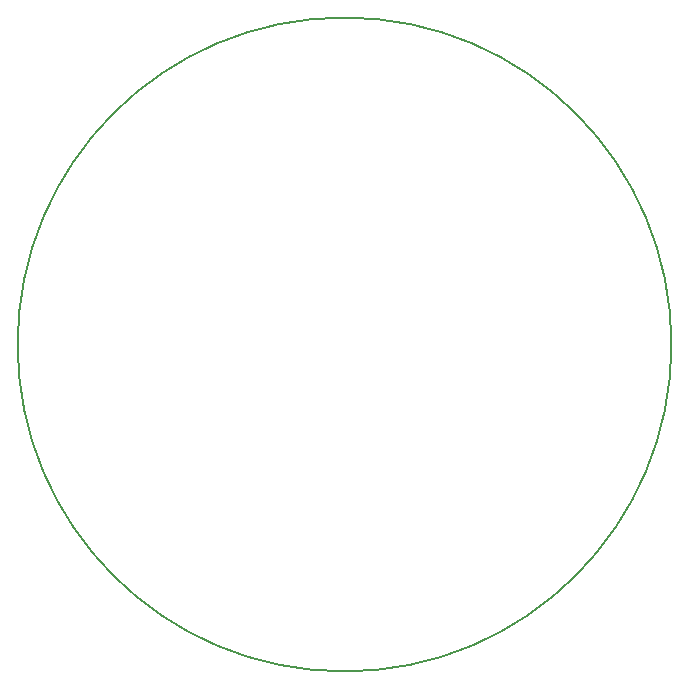
<source format=gbr>
%TF.GenerationSoftware,KiCad,Pcbnew,5.99.0-unknown-ad88874~101~ubuntu20.04.1*%
%TF.CreationDate,2020-05-19T22:27:38-04:00*%
%TF.ProjectId,pcbcoil,70636263-6f69-46c2-9e6b-696361645f70,rev?*%
%TF.SameCoordinates,Original*%
%TF.FileFunction,Legend,Bot*%
%TF.FilePolarity,Positive*%
%FSLAX46Y46*%
G04 Gerber Fmt 4.6, Leading zero omitted, Abs format (unit mm)*
G04 Created by KiCad (PCBNEW 5.99.0-unknown-ad88874~101~ubuntu20.04.1) date 2020-05-19 22:27:38*
%MOMM*%
%LPD*%
G01*
G04 APERTURE LIST*
%ADD10C,0.200000*%
G04 APERTURE END LIST*
D10*
X172681221Y-87500000D02*
G75*
G03*
X172681221Y-87500000I-27681221J0D01*
G01*
M02*

</source>
